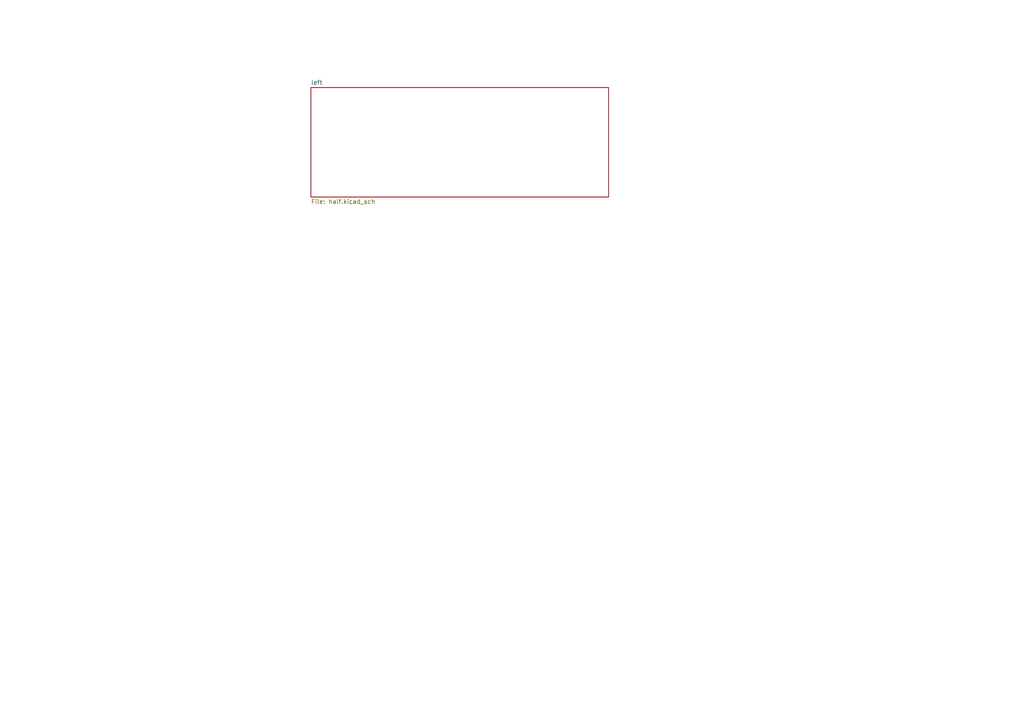
<source format=kicad_sch>
(kicad_sch
	(version 20250114)
	(generator "eeschema")
	(generator_version "9.0")
	(uuid "2b218e36-9b9e-4bec-ac09-11aef000af88")
	(paper "A4")
	(lib_symbols)
	(sheet
		(at 90.17 25.4)
		(size 86.36 31.75)
		(exclude_from_sim no)
		(in_bom yes)
		(on_board yes)
		(dnp no)
		(fields_autoplaced yes)
		(stroke
			(width 0.1524)
			(type solid)
		)
		(fill
			(color 0 0 0 0.0000)
		)
		(uuid "bf741197-de40-417a-9dbb-6e50a762eb38")
		(property "Sheetname" "left"
			(at 90.17 24.6884 0)
			(effects
				(font
					(size 1.27 1.27)
				)
				(justify left bottom)
			)
		)
		(property "Sheetfile" "half.kicad_sch"
			(at 90.17 57.7346 0)
			(effects
				(font
					(size 1.27 1.27)
				)
				(justify left top)
			)
		)
		(instances
			(project "kayboard"
				(path "/2b218e36-9b9e-4bec-ac09-11aef000af88"
					(page "2")
				)
			)
		)
	)
	(sheet_instances
		(path "/"
			(page "1")
		)
	)
	(embedded_fonts no)
)

</source>
